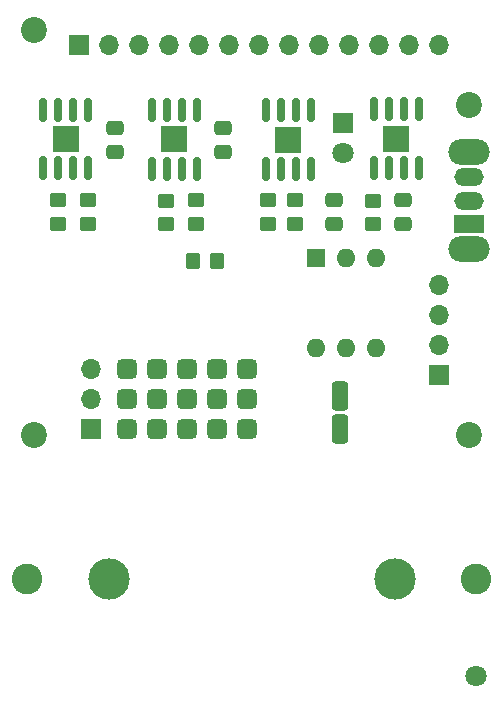
<source format=gts>
G04 #@! TF.GenerationSoftware,KiCad,Pcbnew,8.0.1*
G04 #@! TF.CreationDate,2024-07-15T10:08:48+02:00*
G04 #@! TF.ProjectId,RGB 2x2 with WS2811,52474220-3278-4322-9077-697468205753,rev?*
G04 #@! TF.SameCoordinates,Original*
G04 #@! TF.FileFunction,Soldermask,Top*
G04 #@! TF.FilePolarity,Negative*
%FSLAX46Y46*%
G04 Gerber Fmt 4.6, Leading zero omitted, Abs format (unit mm)*
G04 Created by KiCad (PCBNEW 8.0.1) date 2024-07-15 10:08:48*
%MOMM*%
%LPD*%
G01*
G04 APERTURE LIST*
G04 Aperture macros list*
%AMRoundRect*
0 Rectangle with rounded corners*
0 $1 Rounding radius*
0 $2 $3 $4 $5 $6 $7 $8 $9 X,Y pos of 4 corners*
0 Add a 4 corners polygon primitive as box body*
4,1,4,$2,$3,$4,$5,$6,$7,$8,$9,$2,$3,0*
0 Add four circle primitives for the rounded corners*
1,1,$1+$1,$2,$3*
1,1,$1+$1,$4,$5*
1,1,$1+$1,$6,$7*
1,1,$1+$1,$8,$9*
0 Add four rect primitives between the rounded corners*
20,1,$1+$1,$2,$3,$4,$5,0*
20,1,$1+$1,$4,$5,$6,$7,0*
20,1,$1+$1,$6,$7,$8,$9,0*
20,1,$1+$1,$8,$9,$2,$3,0*%
G04 Aperture macros list end*
%ADD10RoundRect,0.250000X-0.475000X0.337500X-0.475000X-0.337500X0.475000X-0.337500X0.475000X0.337500X0*%
%ADD11R,1.700000X1.700000*%
%ADD12O,1.700000X1.700000*%
%ADD13RoundRect,0.425000X0.425000X0.425000X-0.425000X0.425000X-0.425000X-0.425000X0.425000X-0.425000X0*%
%ADD14RoundRect,0.250000X-0.450000X0.350000X-0.450000X-0.350000X0.450000X-0.350000X0.450000X0.350000X0*%
%ADD15RoundRect,0.250000X0.450000X-0.350000X0.450000X0.350000X-0.450000X0.350000X-0.450000X-0.350000X0*%
%ADD16RoundRect,0.150000X-0.150000X0.825000X-0.150000X-0.825000X0.150000X-0.825000X0.150000X0.825000X0*%
%ADD17R,2.300000X2.300000*%
%ADD18C,2.200000*%
%ADD19RoundRect,0.250000X-0.350000X-0.450000X0.350000X-0.450000X0.350000X0.450000X-0.350000X0.450000X0*%
%ADD20O,3.500000X2.200000*%
%ADD21O,2.500000X1.500000*%
%ADD22R,2.500000X1.500000*%
%ADD23RoundRect,0.250000X0.475000X-0.337500X0.475000X0.337500X-0.475000X0.337500X-0.475000X-0.337500X0*%
%ADD24C,1.800000*%
%ADD25C,3.500000*%
%ADD26C,2.600000*%
%ADD27R,1.600000X1.600000*%
%ADD28O,1.600000X1.600000*%
%ADD29RoundRect,0.304347X-0.395653X0.945653X-0.395653X-0.945653X0.395653X-0.945653X0.395653X0.945653X0*%
%ADD30R,1.800000X1.800000*%
G04 APERTURE END LIST*
D10*
G04 #@! TO.C,C4*
X127017268Y-47027491D03*
X127017268Y-49102491D03*
G04 #@! TD*
D11*
G04 #@! TO.C,J1*
X154433269Y-67930489D03*
D12*
X154433269Y-65390489D03*
X154433269Y-62850490D03*
X154433269Y-60310489D03*
G04 #@! TD*
D10*
G04 #@! TO.C,C2*
X145543268Y-53123491D03*
X145543268Y-55198491D03*
G04 #@! TD*
D13*
G04 #@! TO.C,REF\u002A\u002A*
X128017269Y-69962492D03*
G04 #@! TD*
D10*
G04 #@! TO.C,C1*
X136161268Y-47027491D03*
X136161268Y-49102491D03*
G04 #@! TD*
D13*
G04 #@! TO.C,REF\u002A\u002A*
X128017269Y-67422491D03*
G04 #@! TD*
D14*
G04 #@! TO.C,R6*
X142241268Y-53160991D03*
X142241268Y-55160991D03*
G04 #@! TD*
D13*
G04 #@! TO.C,REF\u002A\u002A*
X130557269Y-67422491D03*
G04 #@! TD*
D15*
G04 #@! TO.C,R2*
X139955268Y-55160991D03*
X139955268Y-53160991D03*
G04 #@! TD*
D14*
G04 #@! TO.C,R4*
X122191268Y-53144991D03*
X122191268Y-55144991D03*
G04 #@! TD*
D13*
G04 #@! TO.C,REF\u002A\u002A*
X138177268Y-67422491D03*
G04 #@! TD*
G04 #@! TO.C,REF\u002A\u002A*
X135637267Y-72502491D03*
G04 #@! TD*
D15*
G04 #@! TO.C,R1*
X148845268Y-55198491D03*
X148845268Y-53198491D03*
G04 #@! TD*
D13*
G04 #@! TO.C,REF\u002A\u002A*
X133097268Y-67422491D03*
G04 #@! TD*
D16*
G04 #@! TO.C,U3*
X143587268Y-45544491D03*
X142317268Y-45544491D03*
X141047268Y-45544491D03*
X139777268Y-45544491D03*
X139777268Y-50494491D03*
X141047268Y-50494491D03*
X142317268Y-50494491D03*
X143587268Y-50494491D03*
D17*
X141682268Y-48019491D03*
G04 #@! TD*
D13*
G04 #@! TO.C,REF\u002A\u002A*
X133097269Y-72502491D03*
G04 #@! TD*
G04 #@! TO.C,REF\u002A\u002A*
X130557268Y-72502491D03*
G04 #@! TD*
D18*
G04 #@! TO.C,REF\u002A\u002A*
X156973269Y-45070490D03*
G04 #@! TD*
D16*
G04 #@! TO.C,U2*
X152731268Y-45456491D03*
X151461268Y-45456491D03*
X150191268Y-45456491D03*
X148921268Y-45456491D03*
X148921268Y-50406491D03*
X150191268Y-50406491D03*
X151461268Y-50406491D03*
X152731268Y-50406491D03*
D17*
X150826268Y-47931491D03*
G04 #@! TD*
D14*
G04 #@! TO.C,R7*
X133859268Y-53160991D03*
X133859268Y-55160991D03*
G04 #@! TD*
D11*
G04 #@! TO.C,J2*
X123953269Y-39990490D03*
D12*
X126493269Y-39990490D03*
X129033268Y-39990490D03*
X131573269Y-39990490D03*
X134113269Y-39990490D03*
X136653269Y-39990490D03*
X139193269Y-39990490D03*
X141733270Y-39990490D03*
X144273269Y-39990490D03*
X146813269Y-39990490D03*
X149353269Y-39990490D03*
X151893268Y-39990490D03*
X154433269Y-39990490D03*
G04 #@! TD*
D19*
G04 #@! TO.C,R5*
X133621268Y-58278491D03*
X135621268Y-58278491D03*
G04 #@! TD*
D13*
G04 #@! TO.C,REF\u002A\u002A*
X138177267Y-72502491D03*
G04 #@! TD*
D18*
G04 #@! TO.C,REF\u002A\u002A*
X156973268Y-73010490D03*
G04 #@! TD*
D16*
G04 #@! TO.C,U4*
X133935268Y-45522991D03*
X132665268Y-45522991D03*
X131395268Y-45522991D03*
X130125268Y-45522991D03*
X130125268Y-50472991D03*
X131395268Y-50472991D03*
X132665268Y-50472991D03*
X133935268Y-50472991D03*
D17*
X132030268Y-47997991D03*
G04 #@! TD*
D14*
G04 #@! TO.C,R8*
X124715268Y-53160991D03*
X124715268Y-55160991D03*
G04 #@! TD*
D13*
G04 #@! TO.C,REF\u002A\u002A*
X133097268Y-69962491D03*
G04 #@! TD*
G04 #@! TO.C,REF\u002A\u002A*
X130557269Y-69962491D03*
G04 #@! TD*
G04 #@! TO.C,REF\u002A\u002A*
X135637268Y-67422491D03*
G04 #@! TD*
G04 #@! TO.C,REF\u002A\u002A*
X138177268Y-69962491D03*
G04 #@! TD*
D20*
G04 #@! TO.C,SW1*
X157005268Y-57298491D03*
X157005268Y-49098492D03*
D21*
X157005268Y-51198491D03*
X157005268Y-53198490D03*
D22*
X157005268Y-55198491D03*
G04 #@! TD*
D13*
G04 #@! TO.C,REF\u002A\u002A*
X128017268Y-72502491D03*
G04 #@! TD*
G04 #@! TO.C,REF\u002A\u002A*
X135637268Y-69962491D03*
G04 #@! TD*
D18*
G04 #@! TO.C,REF\u002A\u002A*
X120143268Y-73010489D03*
G04 #@! TD*
D23*
G04 #@! TO.C,C3*
X151385268Y-55198491D03*
X151385268Y-53123491D03*
G04 #@! TD*
D15*
G04 #@! TO.C,R3*
X131319268Y-55176991D03*
X131319268Y-53176991D03*
G04 #@! TD*
D16*
G04 #@! TO.C,U5*
X124731268Y-45503491D03*
X123461268Y-45503491D03*
X122191268Y-45503491D03*
X120921268Y-45503491D03*
X120921268Y-50453491D03*
X122191268Y-50453491D03*
X123461268Y-50453491D03*
X124731268Y-50453491D03*
D17*
X122826268Y-47978491D03*
G04 #@! TD*
D18*
G04 #@! TO.C,REF\u002A\u002A*
X120143268Y-38720490D03*
G04 #@! TD*
D24*
G04 #@! TO.C,3.7V*
X157593268Y-93402491D03*
D25*
X150693268Y-85202491D03*
X126493268Y-85202491D03*
D26*
X157593268Y-85202491D03*
X119593268Y-85202491D03*
G04 #@! TD*
D27*
G04 #@! TO.C,SW2*
X144019269Y-58024491D03*
D28*
X146559269Y-58024491D03*
X149099268Y-58024491D03*
X149099269Y-65644491D03*
X146559269Y-65644491D03*
X144019269Y-65644491D03*
G04 #@! TD*
D29*
G04 #@! TO.C,D2*
X146051268Y-69691492D03*
X146051268Y-72501492D03*
G04 #@! TD*
D30*
G04 #@! TO.C,D1*
X146305268Y-46589491D03*
D24*
X146305268Y-49129491D03*
G04 #@! TD*
D11*
G04 #@! TO.C,J5*
X124969268Y-72502491D03*
D12*
X124969268Y-69962491D03*
X124969268Y-67422492D03*
G04 #@! TD*
M02*

</source>
